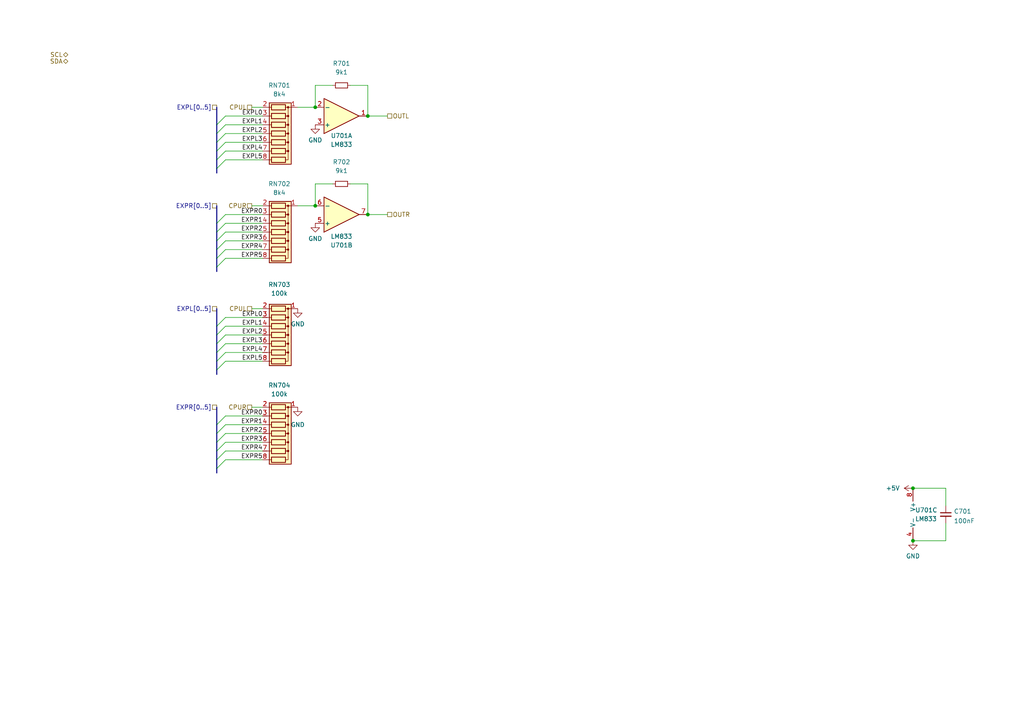
<source format=kicad_sch>
(kicad_sch (version 20211123) (generator eeschema)
  (paper "A4")
  (lib_symbols
    (symbol "Amplifier_Operational:LM2904" (pin_names (offset 0.127))
      (property "Reference" "U" (at 0 5.08 0))
      (property "Value" "LM2904" (at 0 -5.08 0))
      (symbol "LM2904_1_1"
        (polyline (pts (xy -5.08 5.08) (xy 5.08 0) (xy -5.08 -5.08) (xy -5.08 5.08)) (stroke (width 0.254)) (fill (type background)))
        (pin output line (at 7.62 0 180) (length 2.54) (name "~") (number "1"))
        (pin input line (at -7.62 -2.54 0) (length 2.54) (name "-") (number "2"))
        (pin input line (at -7.62 2.54 0) (length 2.54) (name "+") (number "3"))
      )
      (symbol "LM2904_2_1"
        (polyline (pts (xy -5.08 5.08) (xy 5.08 0) (xy -5.08 -5.08) (xy -5.08 5.08)) (stroke (width 0.254)) (fill (type background)))
        (pin input line (at -7.62 2.54 0) (length 2.54) (name "+") (number "5"))
        (pin input line (at -7.62 -2.54 0) (length 2.54) (name "-") (number "6"))
        (pin output line (at 7.62 0 180) (length 2.54) (name "~") (number "7"))
      )
      (symbol "LM2904_3_1"
        (pin power_in line (at -2.54 -7.62 90) (length 3.81) (name "V-") (number "4"))
        (pin power_in line (at -2.54 7.62 270) (length 3.81) (name "V+") (number "8"))
      )
    )
    (symbol "Device:C_Small" (pin_numbers hide) (pin_names (offset 0.254) hide)
      (property "Reference" "C" (at 0.254 1.778 0))
      (property "Value" "C_Small" (at 0.254 -2.032 0))
      (symbol "C_Small_0_1"
        (polyline (pts (xy -1.524 -0.508) (xy 1.524 -0.508)) (stroke (width 0.3302)))
        (polyline (pts (xy -1.524 0.508) (xy 1.524 0.508)) (stroke (width 0.3048)))
      )
      (symbol "C_Small_1_1"
        (pin passive line (at 0 2.54 270) (length 2.032) (name "~") (number "1"))
        (pin passive line (at 0 -2.54 90) (length 2.032) (name "~") (number "2"))
      )
    )
    (symbol "Device:R_Network07" (pin_names (offset 0) hide)
      (property "Reference" "RN" (at -10.16 0 90))
      (property "Value" "R_Network07" (at 10.16 0 90))
      (symbol "R_Network07_0_1"
        (rectangle (start -8.89 -3.175) (end 8.89 3.175) (stroke (width 0.254)) (fill (type background)))
        (rectangle (start -8.382 1.524) (end -6.858 -2.54) (stroke (width 0.254)))
        (circle (center -7.62 2.286) (radius 0.254) (fill (type outline)))
        (rectangle (start -5.842 1.524) (end -4.318 -2.54) (stroke (width 0.254)))
        (circle (center -5.08 2.286) (radius 0.254) (fill (type outline)))
        (rectangle (start -3.302 1.524) (end -1.778 -2.54) (stroke (width 0.254)))
        (circle (center -2.54 2.286) (radius 0.254) (fill (type outline)))
        (rectangle (start -0.762 1.524) (end 0.762 -2.54) (stroke (width 0.254)))
        (polyline (pts (xy -7.62 -2.54) (xy -7.62 -3.81)))
        (polyline (pts (xy -5.08 -2.54) (xy -5.08 -3.81)))
        (polyline (pts (xy -2.54 -2.54) (xy -2.54 -3.81)))
        (polyline (pts (xy 0 -2.54) (xy 0 -3.81)))
        (polyline (pts (xy 2.54 -2.54) (xy 2.54 -3.81)))
        (polyline (pts (xy 5.08 -2.54) (xy 5.08 -3.81)))
        (polyline (pts (xy 7.62 -2.54) (xy 7.62 -3.81)))
        (polyline (pts (xy -7.62 1.524) (xy -7.62 2.286) (xy -5.08 2.286) (xy -5.08 1.524)))
        (polyline (pts (xy -5.08 1.524) (xy -5.08 2.286) (xy -2.54 2.286) (xy -2.54 1.524)))
        (polyline (pts (xy -2.54 1.524) (xy -2.54 2.286) (xy 0 2.286) (xy 0 1.524)))
        (polyline (pts (xy 0 1.524) (xy 0 2.286) (xy 2.54 2.286) (xy 2.54 1.524)))
        (polyline (pts (xy 2.54 1.524) (xy 2.54 2.286) (xy 5.08 2.286) (xy 5.08 1.524)))
        (polyline (pts (xy 5.08 1.524) (xy 5.08 2.286) (xy 7.62 2.286) (xy 7.62 1.524)))
        (circle (center 0 2.286) (radius 0.254) (fill (type outline)))
        (rectangle (start 1.778 1.524) (end 3.302 -2.54) (stroke (width 0.254)))
        (circle (center 2.54 2.286) (radius 0.254) (fill (type outline)))
        (rectangle (start 4.318 1.524) (end 5.842 -2.54) (stroke (width 0.254)))
        (circle (center 5.08 2.286) (radius 0.254) (fill (type outline)))
        (rectangle (start 6.858 1.524) (end 8.382 -2.54) (stroke (width 0.254)))
      )
      (symbol "R_Network07_1_1"
        (pin passive line (at -7.62 5.08 270) (length 2.54) (name "common") (number "1"))
        (pin passive line (at -7.62 -5.08 90) (length 1.27) (name "R1") (number "2"))
        (pin passive line (at -5.08 -5.08 90) (length 1.27) (name "R2") (number "3"))
        (pin passive line (at -2.54 -5.08 90) (length 1.27) (name "R3") (number "4"))
        (pin passive line (at 0 -5.08 90) (length 1.27) (name "R4") (number "5"))
        (pin passive line (at 2.54 -5.08 90) (length 1.27) (name "R5") (number "6"))
        (pin passive line (at 5.08 -5.08 90) (length 1.27) (name "R6") (number "7"))
        (pin passive line (at 7.62 -5.08 90) (length 1.27) (name "R7") (number "8"))
      )
    )
    (symbol "Device:R_Small" (pin_numbers hide) (pin_names (offset 0.254) hide)
      (property "Reference" "R" (at 0.762 0.508 0))
      (property "Value" "R_Small" (at 0.762 -1.016 0))
      (symbol "R_Small_0_1"
        (rectangle (start -0.762 1.778) (end 0.762 -1.778) (stroke (width 0.2032)))
      )
      (symbol "R_Small_1_1"
        (pin passive line (at 0 2.54 270) (length 0.762) (name "~") (number "1"))
        (pin passive line (at 0 -2.54 90) (length 0.762) (name "~") (number "2"))
      )
    )
    (symbol "power:+5V" (power) (pin_names (offset 0))
      (property "Value" "+5V" (at 0 3.556 0))
      (symbol "+5V_0_1"
        (polyline (pts (xy -0.762 1.27) (xy 0 2.54)))
        (polyline (pts (xy 0 0) (xy 0 2.54)))
        (polyline (pts (xy 0 2.54) (xy 0.762 1.27)))
      )
      (symbol "+5V_1_1"
        (pin power_in line (at 0 0 90) (length 0) hide (name "+5V") (number "1"))
      )
    )
    (symbol "power:GND" (power) (pin_names (offset 0))
      (property "Value" "GND" (at 0 -3.81 0))
      (symbol "GND_0_1"
        (polyline (pts (xy 0 0) (xy 0 -1.27) (xy 1.27 -1.27) (xy 0 -2.54) (xy -1.27 -1.27) (xy 0 -1.27)))
      )
      (symbol "GND_1_1"
        (pin power_in line (at 0 0 270) (length 0) hide (name "GND") (number "1"))
      )
    )
  )
  (junction (at 264.795 141.605))
  (junction (at 106.68 33.655))
  (junction (at 264.795 156.845))
  (junction (at 91.44 59.69))
  (junction (at 91.44 31.115))
  (junction (at 106.68 62.23))
  (bus_entry (at 62.865 123.19) (size 2.54 -2.54))
  (bus_entry (at 62.865 135.89) (size 2.54 -2.54))
  (bus_entry (at 62.865 69.85) (size 2.54 -2.54))
  (bus_entry (at 62.865 36.195) (size 2.54 -2.54))
  (bus_entry (at 62.865 102.235) (size 2.54 -2.54))
  (bus_entry (at 62.865 94.615) (size 2.54 -2.54))
  (bus_entry (at 62.865 133.35) (size 2.54 -2.54))
  (bus_entry (at 62.865 99.695) (size 2.54 -2.54))
  (bus_entry (at 62.865 130.81) (size 2.54 -2.54))
  (bus_entry (at 62.865 107.315) (size 2.54 -2.54))
  (bus_entry (at 62.865 128.27) (size 2.54 -2.54))
  (bus_entry (at 62.865 41.275) (size 2.54 -2.54))
  (bus_entry (at 62.865 104.775) (size 2.54 -2.54))
  (bus_entry (at 62.865 46.355) (size 2.54 -2.54))
  (bus_entry (at 62.865 72.39) (size 2.54 -2.54))
  (bus_entry (at 62.865 67.31) (size 2.54 -2.54))
  (bus_entry (at 62.865 74.93) (size 2.54 -2.54))
  (bus_entry (at 62.865 77.47) (size 2.54 -2.54))
  (bus_entry (at 62.865 64.77) (size 2.54 -2.54))
  (bus_entry (at 62.865 97.155) (size 2.54 -2.54))
  (bus_entry (at 62.865 48.895) (size 2.54 -2.54))
  (bus_entry (at 62.865 43.815) (size 2.54 -2.54))
  (bus_entry (at 62.865 125.73) (size 2.54 -2.54))
  (bus_entry (at 62.865 38.735) (size 2.54 -2.54))
  (wire (pts (xy 65.405 128.27) (xy 76.2 128.27)))
  (wire (pts (xy 86.36 59.69) (xy 91.44 59.69)))
  (wire (pts (xy 65.405 33.655) (xy 76.2 33.655)))
  (wire (pts (xy 65.405 46.355) (xy 76.2 46.355)))
  (bus (pts (xy 62.865 125.73) (xy 62.865 128.27)))
  (wire (pts (xy 96.52 53.34) (xy 91.44 53.34)))
  (bus (pts (xy 62.865 135.89) (xy 62.865 137.16)))
  (bus (pts (xy 62.865 97.155) (xy 62.865 99.695)))
  (wire (pts (xy 106.68 33.655) (xy 112.395 33.655)))
  (bus (pts (xy 62.865 133.35) (xy 62.865 135.89)))
  (bus (pts (xy 62.865 123.19) (xy 62.865 125.73)))
  (wire (pts (xy 65.405 67.31) (xy 76.2 67.31)))
  (wire (pts (xy 91.44 53.34) (xy 91.44 59.69)))
  (wire (pts (xy 65.405 102.235) (xy 76.2 102.235)))
  (bus (pts (xy 62.865 41.275) (xy 62.865 43.815)))
  (wire (pts (xy 274.32 141.605) (xy 274.32 146.685)))
  (wire (pts (xy 65.405 130.81) (xy 76.2 130.81)))
  (wire (pts (xy 65.405 94.615) (xy 76.2 94.615)))
  (wire (pts (xy 65.405 69.85) (xy 76.2 69.85)))
  (bus (pts (xy 62.865 107.315) (xy 62.865 108.585)))
  (wire (pts (xy 91.44 24.765) (xy 91.44 31.115)))
  (bus (pts (xy 62.865 128.27) (xy 62.865 130.81)))
  (wire (pts (xy 274.32 156.845) (xy 274.32 151.765)))
  (wire (pts (xy 101.6 53.34) (xy 106.68 53.34)))
  (wire (pts (xy 264.795 156.845) (xy 274.32 156.845)))
  (bus (pts (xy 62.865 38.735) (xy 62.865 41.275)))
  (wire (pts (xy 65.405 133.35) (xy 76.2 133.35)))
  (wire (pts (xy 101.6 24.765) (xy 106.68 24.765)))
  (wire (pts (xy 65.405 99.695) (xy 76.2 99.695)))
  (wire (pts (xy 65.405 120.65) (xy 76.2 120.65)))
  (bus (pts (xy 62.865 43.815) (xy 62.865 46.355)))
  (wire (pts (xy 65.405 125.73) (xy 76.2 125.73)))
  (wire (pts (xy 73.025 89.535) (xy 76.2 89.535)))
  (bus (pts (xy 62.865 67.31) (xy 62.865 69.85)))
  (bus (pts (xy 62.865 48.895) (xy 62.865 50.165)))
  (bus (pts (xy 62.865 64.77) (xy 62.865 67.31)))
  (bus (pts (xy 62.865 36.195) (xy 62.865 38.735)))
  (bus (pts (xy 62.865 94.615) (xy 62.865 97.155)))
  (bus (pts (xy 62.865 118.11) (xy 62.865 123.19)))
  (wire (pts (xy 65.405 92.075) (xy 76.2 92.075)))
  (bus (pts (xy 62.865 69.85) (xy 62.865 72.39)))
  (wire (pts (xy 106.68 24.765) (xy 106.68 33.655)))
  (wire (pts (xy 65.405 43.815) (xy 76.2 43.815)))
  (wire (pts (xy 264.795 141.605) (xy 274.32 141.605)))
  (wire (pts (xy 106.68 62.23) (xy 112.395 62.23)))
  (wire (pts (xy 65.405 97.155) (xy 76.2 97.155)))
  (wire (pts (xy 73.025 31.115) (xy 76.2 31.115)))
  (wire (pts (xy 96.52 24.765) (xy 91.44 24.765)))
  (bus (pts (xy 62.865 74.93) (xy 62.865 77.47)))
  (wire (pts (xy 65.405 36.195) (xy 76.2 36.195)))
  (bus (pts (xy 62.865 130.81) (xy 62.865 133.35)))
  (wire (pts (xy 65.405 104.775) (xy 76.2 104.775)))
  (bus (pts (xy 62.865 102.235) (xy 62.865 104.775)))
  (bus (pts (xy 62.865 59.69) (xy 62.865 64.77)))
  (wire (pts (xy 65.405 38.735) (xy 76.2 38.735)))
  (wire (pts (xy 65.405 74.93) (xy 76.2 74.93)))
  (bus (pts (xy 62.865 72.39) (xy 62.865 74.93)))
  (wire (pts (xy 65.405 72.39) (xy 76.2 72.39)))
  (wire (pts (xy 73.025 59.69) (xy 76.2 59.69)))
  (bus (pts (xy 62.865 89.535) (xy 62.865 94.615)))
  (bus (pts (xy 62.865 99.695) (xy 62.865 102.235)))
  (wire (pts (xy 65.405 41.275) (xy 76.2 41.275)))
  (wire (pts (xy 106.68 53.34) (xy 106.68 62.23)))
  (bus (pts (xy 62.865 104.775) (xy 62.865 107.315)))
  (wire (pts (xy 65.405 123.19) (xy 76.2 123.19)))
  (bus (pts (xy 62.865 46.355) (xy 62.865 48.895)))
  (wire (pts (xy 73.025 118.11) (xy 76.2 118.11)))
  (bus (pts (xy 62.865 77.47) (xy 62.865 78.74)))
  (bus (pts (xy 62.865 31.115) (xy 62.865 36.195)))
  (wire (pts (xy 65.405 64.77) (xy 76.2 64.77)))
  (wire (pts (xy 65.405 62.23) (xy 76.2 62.23)))
  (wire (pts (xy 86.36 31.115) (xy 91.44 31.115)))
  (label "EXPL1" (at 76.2 36.195 180))
  (label "EXPR2" (at 76.2 67.31 180))
  (label "EXPR4" (at 76.2 130.81 180))
  (label "EXPL2" (at 76.2 97.155 180))
  (label "EXPR4" (at 76.2 72.39 180))
  (label "EXPR1" (at 76.2 123.19 180))
  (label "EXPL0" (at 76.2 33.655 180))
  (label "EXPL3" (at 76.2 99.695 180))
  (label "EXPR1" (at 76.2 64.77 180))
  (label "EXPL4" (at 76.2 102.235 180))
  (label "EXPR2" (at 76.2 125.73 180))
  (label "EXPL2" (at 76.2 38.735 180))
  (label "EXPR5" (at 76.2 133.35 180))
  (label "EXPL5" (at 76.2 104.775 180))
  (label "EXPR3" (at 76.2 128.27 180))
  (label "EXPR0" (at 76.2 62.23 180))
  (label "EXPL0" (at 76.2 92.075 180))
  (label "EXPR0" (at 76.2 120.65 180))
  (label "EXPR3" (at 76.2 69.85 180))
  (label "EXPL1" (at 76.2 94.615 180))
  (label "EXPL3" (at 76.2 41.275 180))
  (label "EXPR5" (at 76.2 74.93 180))
  (label "EXPL4" (at 76.2 43.815 180))
  (label "EXPL5" (at 76.2 46.355 180))
  (hierarchical_label "CPUR" (shape passive) (at 73.025 59.69 180))
  (hierarchical_label "EXPL[0..5]" (shape passive) (at 62.865 89.535 180))
  (hierarchical_label "EXPL[0..5]" (shape passive) (at 62.865 31.115 180))
  (hierarchical_label "EXPR[0..5]" (shape passive) (at 62.865 118.11 180))
  (hierarchical_label "CPUR" (shape passive) (at 73.025 118.11 180))
  (hierarchical_label "OUTL" (shape passive) (at 112.395 33.655 0))
  (hierarchical_label "OUTR" (shape passive) (at 112.395 62.23 0))
  (hierarchical_label "SCL" (shape bidirectional) (at 19.685 15.875 180))
  (hierarchical_label "CPUL" (shape passive) (at 73.025 89.535 180))
  (hierarchical_label "SDA" (shape bidirectional) (at 19.685 17.78 180))
  (hierarchical_label "EXPR[0..5]" (shape passive) (at 62.865 59.69 180))
  (hierarchical_label "CPUL" (shape passive) (at 73.025 31.115 180))
  (symbol (lib_id "Device:R_Network07") (at 81.28 125.73 270) (unit 1)
    (property "Reference" "RN704" (at 81.026 111.76 90))
    (property "Value" "100k" (at 81.026 114.3 90))
    (property "Footprint" "Resistor_THT:R_Array_SIP8" (effects hide))
    (property "Datasheet" "http://www.vishay.com/docs/31509/csc.pdf" (effects hide))
    (property "MPN" "4608X-101-104LF" (effects hide))
  )
  (symbol (lib_id "Device:R_Small") (at 99.06 24.765 90) (unit 1)
    (property "Reference" "R701" (at 99.06 18.415 90))
    (property "Value" "9k1" (at 99.06 20.955 90))
    (property "Footprint" "Resistor_SMD:R_0805_2012Metric" (effects hide))
  )
  (symbol (lib_id "power:GND") (at 91.44 36.195 0) (unit 1)
    (property "Reference" "#PWR0701" (effects hide))
    (property "Value" "GND" (at 91.44 40.64 0))
  )
  (symbol (lib_id "Device:C_Small") (at 274.32 149.225 0) (unit 1)
    (property "Reference" "C701" (at 276.6441 148.3165 0) (effects (justify left)))
    (property "Value" "100nF" (at 276.6441 151.0916 0) (effects (justify left)))
    (property "Footprint" "Capacitor_SMD:C_0805_2012Metric" (effects hide))
  )
  (symbol (lib_id "power:+5V") (at 264.795 141.605 90) (unit 1)
    (property "Reference" "#PWR0703" (effects hide))
    (property "Value" "+5V" (at 260.985 141.6049 90) (effects (justify left)))
  )
  (symbol (lib_id "Amplifier_Operational:LM2904") (at 99.06 62.23 0) (mirror x) (unit 2)
    (property "Reference" "U701" (at 99.06 71.12 0))
    (property "Value" "LM833" (at 99.06 68.58 0))
    (property "Footprint" "Package_DIP:DIP-8_W7.62mm_Socket" (effects hide))
    (property "Datasheet" "http://www.ti.com/lit/ds/symlink/lm358.pdf" (effects hide))
  )
  (symbol (lib_id "Amplifier_Operational:LM2904") (at 99.06 33.655 0) (mirror x) (unit 1)
    (property "Reference" "U701" (at 99.06 39.37 0))
    (property "Value" "LM833" (at 99.06 41.91 0))
    (property "Footprint" "Package_DIP:DIP-8_W7.62mm_Socket" (effects hide))
    (property "Datasheet" "http://www.ti.com/lit/ds/symlink/lm358.pdf" (effects hide))
  )
  (symbol (lib_id "power:GND") (at 91.44 64.77 0) (unit 1)
    (property "Reference" "#PWR0702" (effects hide))
    (property "Value" "GND" (at 91.44 69.215 0))
  )
  (symbol (lib_id "power:GND") (at 264.795 156.845 0) (unit 1)
    (property "Reference" "#PWR0704" (effects hide))
    (property "Value" "GND" (at 264.795 161.29 0))
  )
  (symbol (lib_id "Device:R_Small") (at 99.06 53.34 90) (unit 1)
    (property "Reference" "R702" (at 99.06 46.99 90))
    (property "Value" "9k1" (at 99.06 49.53 90))
    (property "Footprint" "Resistor_SMD:R_0805_2012Metric" (effects hide))
  )
  (symbol (lib_id "Amplifier_Operational:LM2904") (at 267.335 149.225 0) (unit 3)
    (property "Reference" "U701" (at 265.43 147.9549 0) (effects (justify left)))
    (property "Value" "LM833" (at 265.43 150.4949 0) (effects (justify left)))
    (property "Footprint" "Package_DIP:DIP-8_W7.62mm_Socket" (effects hide))
    (property "Datasheet" "http://www.ti.com/lit/ds/symlink/lm358.pdf" (effects hide))
  )
  (symbol (lib_id "power:GND") (at 86.36 118.11 0) (unit 1)
    (property "Reference" "#PWR0706" (effects hide))
    (property "Value" "GND" (at 86.36 123.19 0))
  )
  (symbol (lib_id "Device:R_Network07") (at 81.28 97.155 270) (unit 1)
    (property "Reference" "RN703" (at 81.026 82.55 90))
    (property "Value" "100k" (at 81.026 85.09 90))
    (property "Footprint" "Resistor_THT:R_Array_SIP8" (effects hide))
    (property "Datasheet" "http://www.vishay.com/docs/31509/csc.pdf" (effects hide))
    (property "MPN" "4608X-101-104LF" (effects hide))
  )
  (symbol (lib_id "power:GND") (at 86.36 89.535 0) (unit 1)
    (property "Reference" "#PWR0705" (effects hide))
    (property "Value" "GND" (at 86.36 93.98 0))
  )
  (symbol (lib_id "Device:R_Network07") (at 81.28 67.31 270) (unit 1)
    (property "Reference" "RN702" (at 81.026 53.34 90))
    (property "Value" "8k4" (at 81.026 55.88 90))
    (property "Footprint" "Resistor_THT:R_Array_SIP8" (effects hide))
    (property "Datasheet" "http://www.vishay.com/docs/31509/csc.pdf" (effects hide))
    (property "MPN" "4608X-101-822LF" (effects hide))
  )
  (symbol (lib_id "Device:R_Network07") (at 81.28 38.735 270) (unit 1)
    (property "Reference" "RN701" (at 81.026 24.765 90))
    (property "Value" "8k4" (at 81.026 27.305 90))
    (property "Footprint" "Resistor_THT:R_Array_SIP8" (effects hide))
    (property "Datasheet" "http://www.vishay.com/docs/31509/csc.pdf" (effects hide))
    (property "MPN" "4608X-101-822LF" (effects hide))
  )
)
</source>
